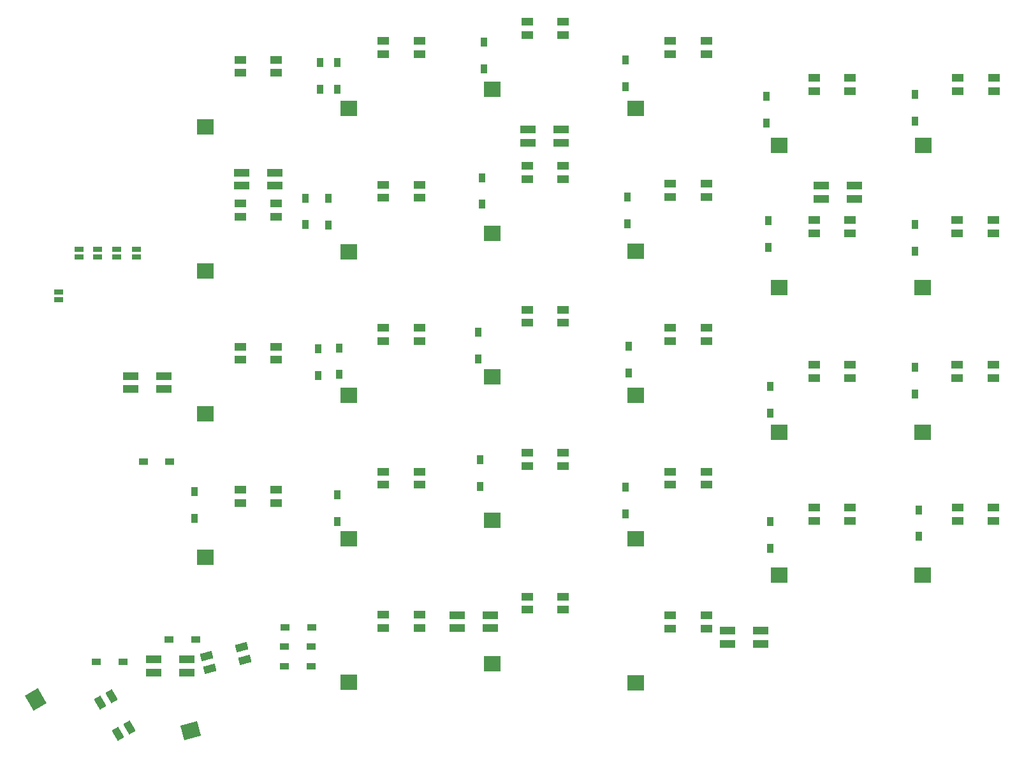
<source format=gtp>
G04 #@! TF.GenerationSoftware,KiCad,Pcbnew,8.0.4*
G04 #@! TF.CreationDate,2024-08-04T16:07:20+05:30*
G04 #@! TF.ProjectId,SofleKeyboard,536f666c-654b-4657-9962-6f6172642e6b,rev?*
G04 #@! TF.SameCoordinates,Original*
G04 #@! TF.FileFunction,Paste,Top*
G04 #@! TF.FilePolarity,Positive*
%FSLAX46Y46*%
G04 Gerber Fmt 4.6, Leading zero omitted, Abs format (unit mm)*
G04 Created by KiCad (PCBNEW 8.0.4) date 2024-08-04 16:07:20*
%MOMM*%
%LPD*%
G01*
G04 APERTURE LIST*
G04 Aperture macros list*
%AMRotRect*
0 Rectangle, with rotation*
0 The origin of the aperture is its center*
0 $1 length*
0 $2 width*
0 $3 Rotation angle, in degrees counterclockwise*
0 Add horizontal line*
21,1,$1,$2,0,0,$3*%
G04 Aperture macros list end*
%ADD10R,2.000000X1.000000*%
%ADD11R,1.600000X1.000000*%
%ADD12R,2.300000X2.000000*%
%ADD13R,1.300000X0.950000*%
%ADD14R,0.950000X1.300000*%
%ADD15RotRect,2.300000X2.000000X15.000000*%
%ADD16RotRect,1.600000X1.000000X195.000000*%
%ADD17RotRect,2.300000X2.000000X300.000000*%
%ADD18RotRect,1.600000X1.000000X120.000000*%
%ADD19R,1.143000X0.635000*%
G04 APERTURE END LIST*
D10*
X106650000Y-125005000D03*
X106650000Y-123255000D03*
X111050000Y-125005000D03*
X111050000Y-123255000D03*
X122700000Y-58625000D03*
X122700000Y-60375000D03*
X118300000Y-58625000D03*
X118300000Y-60375000D03*
X156300000Y-54665000D03*
X156300000Y-52915000D03*
X160700000Y-54665000D03*
X160700000Y-52915000D03*
X199700000Y-60375000D03*
X199700000Y-62125000D03*
X195300000Y-60375000D03*
X195300000Y-62125000D03*
X146883600Y-119137600D03*
X146883600Y-117387600D03*
X151283600Y-119137600D03*
X151283600Y-117387600D03*
X182850000Y-121195000D03*
X182850000Y-119445000D03*
X187250000Y-121195000D03*
X187250000Y-119445000D03*
X103550000Y-87375000D03*
X103550000Y-85625000D03*
X107950000Y-87375000D03*
X107950000Y-85625000D03*
D11*
X218200000Y-47775000D03*
X218200000Y-46025000D03*
X213400000Y-47775000D03*
X213400000Y-46025000D03*
D12*
X208800000Y-54980000D03*
X151600000Y-104770000D03*
D11*
X156200000Y-95815000D03*
X156200000Y-97565000D03*
X161000000Y-95815000D03*
X161000000Y-97565000D03*
D12*
X189700000Y-112080000D03*
D11*
X194300000Y-103125000D03*
X194300000Y-104875000D03*
X199100000Y-103125000D03*
X199100000Y-104875000D03*
D12*
X208700000Y-73880000D03*
D11*
X213300000Y-64925000D03*
X213300000Y-66675000D03*
X218100000Y-64925000D03*
X218100000Y-66675000D03*
D12*
X189700000Y-73880000D03*
D11*
X194300000Y-64925000D03*
X194300000Y-66675000D03*
X199100000Y-64925000D03*
X199100000Y-66675000D03*
D12*
X189700000Y-93080000D03*
D11*
X194300000Y-84125000D03*
X194300000Y-85875000D03*
X199100000Y-84125000D03*
X199100000Y-85875000D03*
D12*
X132500000Y-50080000D03*
D11*
X137100000Y-41125000D03*
X137100000Y-42875000D03*
X141900000Y-41125000D03*
X141900000Y-42875000D03*
D13*
X124030000Y-119020000D03*
X127580000Y-119020000D03*
X127550000Y-121600000D03*
X124000000Y-121600000D03*
X124000000Y-124200000D03*
X127550000Y-124200000D03*
X108649800Y-120624800D03*
X112199800Y-120624800D03*
X99025000Y-123600000D03*
X102575000Y-123600000D03*
X105225000Y-97000000D03*
X108775000Y-97000000D03*
D14*
X208200000Y-103400000D03*
X208200000Y-106950000D03*
X188500000Y-104975000D03*
X188500000Y-108525000D03*
X169250000Y-100375000D03*
X169250000Y-103925000D03*
X150000000Y-96790000D03*
X150000000Y-100340000D03*
X131000000Y-101400000D03*
X131000000Y-104950000D03*
X112000000Y-100975000D03*
X112000000Y-104525000D03*
X207750000Y-84500000D03*
X207750000Y-88050000D03*
X188500000Y-87000000D03*
X188500000Y-90550000D03*
X169725000Y-81650000D03*
X169725000Y-85200000D03*
X149750000Y-79790000D03*
X149750000Y-83340000D03*
X131250000Y-81900000D03*
X131250000Y-85450000D03*
X128500000Y-82000000D03*
X128500000Y-85550000D03*
X207750000Y-65500000D03*
X207750000Y-69050000D03*
X188250000Y-65000000D03*
X188250000Y-68550000D03*
X169500000Y-61875000D03*
X169500000Y-65425000D03*
X150250000Y-59290000D03*
X150250000Y-62840000D03*
X129800000Y-62025000D03*
X129800000Y-65575000D03*
X126800000Y-62000000D03*
X126800000Y-65550000D03*
X207750000Y-48250000D03*
X207750000Y-51800000D03*
X188000000Y-48475000D03*
X188000000Y-52025000D03*
X169250000Y-43650000D03*
X169250000Y-47200000D03*
X150500000Y-41265000D03*
X150500000Y-44815000D03*
X131000000Y-44005500D03*
X131000000Y-47555500D03*
X128750000Y-44000000D03*
X128750000Y-47550000D03*
D12*
X170600000Y-126380000D03*
D11*
X175200000Y-117425000D03*
X175200000Y-119175000D03*
X180000000Y-117425000D03*
X180000000Y-119175000D03*
D12*
X151600000Y-123870000D03*
D11*
X156200000Y-114915000D03*
X156200000Y-116665000D03*
X161000000Y-114915000D03*
X161000000Y-116665000D03*
D12*
X132500000Y-126280000D03*
D11*
X137100000Y-117325000D03*
X137100000Y-119075000D03*
X141900000Y-117325000D03*
X141900000Y-119075000D03*
D15*
X111506272Y-132703822D03*
D16*
X113631807Y-122863389D03*
X114084740Y-124553759D03*
X118268251Y-121621057D03*
X118721184Y-123311427D03*
D17*
X90975654Y-128627822D03*
D18*
X101030912Y-128134039D03*
X99515367Y-129009039D03*
X103430912Y-132290961D03*
X101915367Y-133165961D03*
D12*
X208750000Y-112080000D03*
D11*
X213350000Y-103125000D03*
X213350000Y-104875000D03*
X218150000Y-103125000D03*
X218150000Y-104875000D03*
D12*
X170600000Y-107280000D03*
D11*
X175200000Y-98325000D03*
X175200000Y-100075000D03*
X180000000Y-98325000D03*
X180000000Y-100075000D03*
D12*
X132500000Y-107280000D03*
D11*
X137100000Y-98325000D03*
X137100000Y-100075000D03*
X141900000Y-98325000D03*
X141900000Y-100075000D03*
D12*
X113500000Y-109680000D03*
D11*
X118100000Y-100725000D03*
X118100000Y-102475000D03*
X122900000Y-100725000D03*
X122900000Y-102475000D03*
D12*
X208700000Y-93080000D03*
D11*
X213300000Y-84125000D03*
X213300000Y-85875000D03*
X218100000Y-84125000D03*
X218100000Y-85875000D03*
D12*
X170600000Y-88180000D03*
D11*
X175200000Y-79225000D03*
X175200000Y-80975000D03*
X180000000Y-79225000D03*
X180000000Y-80975000D03*
D12*
X151600000Y-85770000D03*
D11*
X156200000Y-76815000D03*
X156200000Y-78565000D03*
X161000000Y-76815000D03*
X161000000Y-78565000D03*
D12*
X132500000Y-88180000D03*
D11*
X137100000Y-79225000D03*
X137100000Y-80975000D03*
X141900000Y-79225000D03*
X141900000Y-80975000D03*
D12*
X113500000Y-90680000D03*
D11*
X118100000Y-81725000D03*
X118100000Y-83475000D03*
X122900000Y-81725000D03*
X122900000Y-83475000D03*
D12*
X170600000Y-69080000D03*
D11*
X175200000Y-60125000D03*
X175200000Y-61875000D03*
X180000000Y-60125000D03*
X180000000Y-61875000D03*
D12*
X151600000Y-66670000D03*
D11*
X156200000Y-57715000D03*
X156200000Y-59465000D03*
X161000000Y-57715000D03*
X161000000Y-59465000D03*
D12*
X132500000Y-69180000D03*
D11*
X137100000Y-60225000D03*
X137100000Y-61975000D03*
X141900000Y-60225000D03*
X141900000Y-61975000D03*
D12*
X113500000Y-71680000D03*
D11*
X118100000Y-62725000D03*
X118100000Y-64475000D03*
X122900000Y-62725000D03*
X122900000Y-64475000D03*
D12*
X189700000Y-54980000D03*
D11*
X194300000Y-46025000D03*
X194300000Y-47775000D03*
X199100000Y-46025000D03*
X199100000Y-47775000D03*
D12*
X170600000Y-50080000D03*
D11*
X175200000Y-41125000D03*
X175200000Y-42875000D03*
X180000000Y-41125000D03*
X180000000Y-42875000D03*
D12*
X151600000Y-47580000D03*
D11*
X156200000Y-38625000D03*
X156200000Y-40375000D03*
X161000000Y-38625000D03*
X161000000Y-40375000D03*
D12*
X113500000Y-52580000D03*
D11*
X118100000Y-43625000D03*
X118100000Y-45375000D03*
X122900000Y-43625000D03*
X122900000Y-45375000D03*
D19*
X94000000Y-74499620D03*
X94000000Y-75500380D03*
X96700000Y-68799620D03*
X96700000Y-69800380D03*
X99200000Y-68799620D03*
X99200000Y-69800380D03*
X101700000Y-68799620D03*
X101700000Y-69800380D03*
X104300000Y-68799620D03*
X104300000Y-69800380D03*
M02*

</source>
